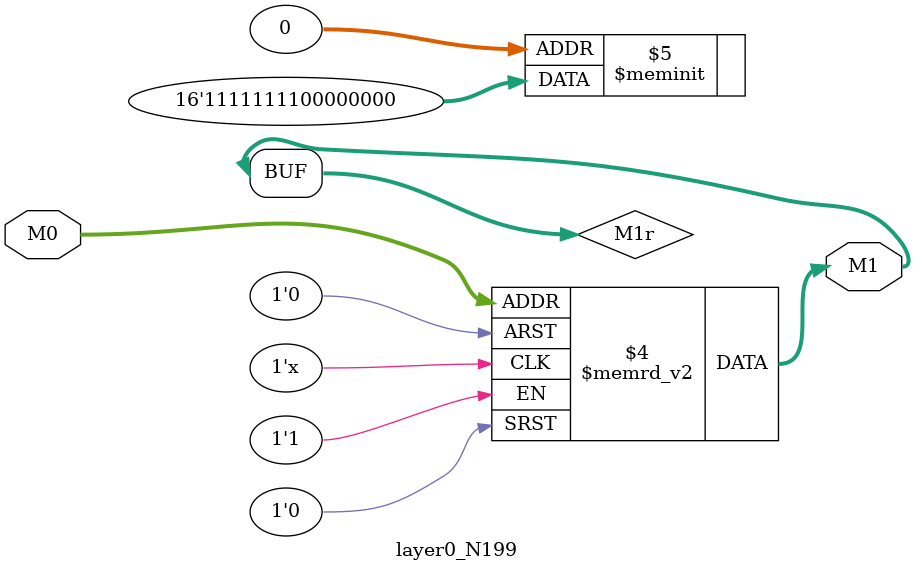
<source format=v>
module layer0_N199 ( input [2:0] M0, output [1:0] M1 );

	(*rom_style = "distributed" *) reg [1:0] M1r;
	assign M1 = M1r;
	always @ (M0) begin
		case (M0)
			3'b000: M1r = 2'b00;
			3'b100: M1r = 2'b11;
			3'b010: M1r = 2'b00;
			3'b110: M1r = 2'b11;
			3'b001: M1r = 2'b00;
			3'b101: M1r = 2'b11;
			3'b011: M1r = 2'b00;
			3'b111: M1r = 2'b11;

		endcase
	end
endmodule

</source>
